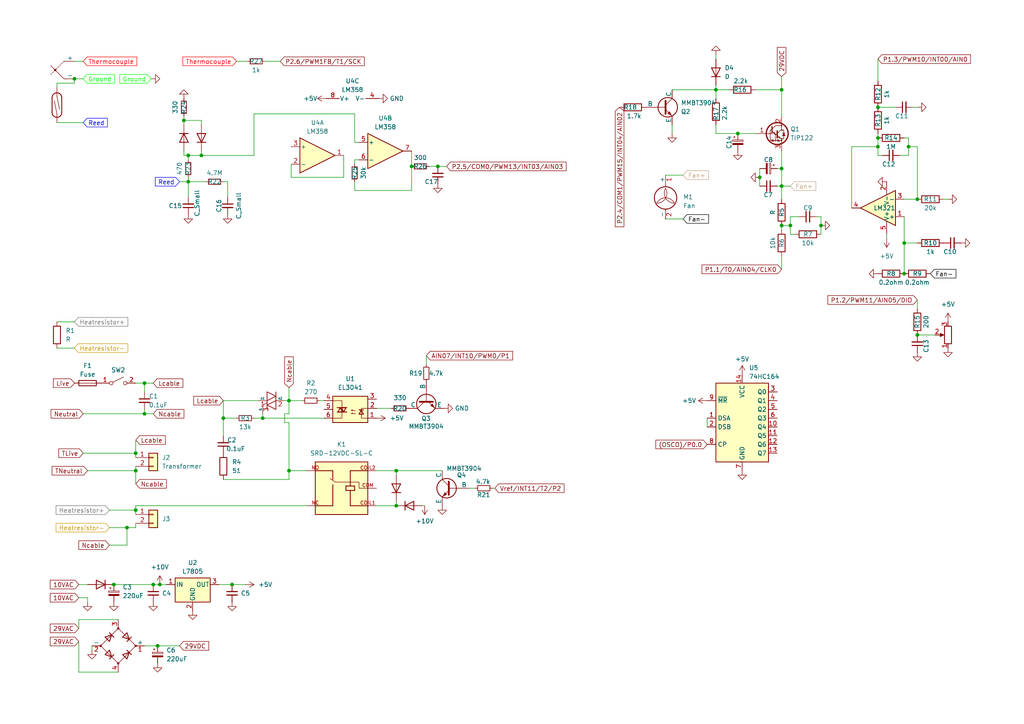
<source format=kicad_sch>
(kicad_sch (version 20230121) (generator eeschema)
  (paper "A4")
  (lib_symbols
    (symbol "74xx:74HC164"
      (property "Reference" "U" (at 1.905 -13.97 0))
      (property "Value" "74HC164" (at 1.905 -16.51 0))
      (symbol "74HC164_1_1"
        (pin input line (at -10.16 0 0) (length 2.54) (name "DSA") (number "1"))
        (pin output line (at 10.16 -2.54 180) (length 2.54) (name "Q4") (number "10"))
        (pin output line (at 10.16 -5.08 180) (length 2.54) (name "Q5") (number "11"))
        (pin output line (at 10.16 -7.62 180) (length 2.54) (name "Q6") (number "12"))
        (pin output line (at 10.16 -10.16 180) (length 2.54) (name "Q7") (number "13"))
        (pin power_in line (at 0 12.7 270) (length 2.54) (name "VCC") (number "14"))
        (pin input line (at -10.16 -2.54 0) (length 2.54) (name "DSB") (number "2"))
        (pin output line (at 10.16 7.62 180) (length 2.54) (name "Q0") (number "3"))
        (pin output line (at 10.16 5.08 180) (length 2.54) (name "Q1") (number "4"))
        (pin output line (at 10.16 2.54 180) (length 2.54) (name "Q2") (number "5"))
        (pin output line (at 10.16 0 180) (length 2.54) (name "Q3") (number "6"))
        (pin power_in line (at 0 -15.24 90) (length 2.54) (name "GND") (number "7"))
        (pin input line (at -10.16 -7.62 0) (length 2.54) (name "CP") (number "8"))
        (pin input line (at -10.16 5.08 0) (length 2.54) (name "~{MR}") (number "9"))
      )
    )
    (symbol "Amplifier_Operational:LM321" (pin_names (offset 0.127))
      (property "Reference" "U" (at 0 7.62 0))
      (property "Value" "LM321" (at 0 5.08 0))
      (symbol "LM321_1_1"
        (pin input line (at -7.62 2.54 0) (length 2.54) (name "+") (number "1"))
        (pin power_in line (at -2.54 -7.62 90) (length 3.81) (name "V-") (number "2"))
        (pin input line (at -7.62 -2.54 0) (length 2.54) (name "-") (number "3"))
        (pin output line (at 7.62 0 180) (length 2.54) (name "~") (number "4"))
        (pin power_in line (at -2.54 7.62 270) (length 3.81) (name "V+") (number "5"))
      )
    )
    (symbol "Amplifier_Operational:LM358" (pin_names (offset 0.127))
      (property "Reference" "U" (at 0 5.08 0))
      (property "Value" "LM358" (at 0 -5.08 0))
      (symbol "LM358_1_1"
        (pin output line (at 7.62 0 180) (length 2.54) (name "~") (number "1"))
        (pin input line (at -7.62 -2.54 0) (length 2.54) (name "-") (number "2"))
        (pin input line (at -7.62 2.54 0) (length 2.54) (name "+") (number "3"))
      )
      (symbol "LM358_2_1"
        (pin input line (at -7.62 2.54 0) (length 2.54) (name "+") (number "5"))
        (pin input line (at -7.62 -2.54 0) (length 2.54) (name "-") (number "6"))
        (pin output line (at 7.62 0 180) (length 2.54) (name "~") (number "7"))
      )
      (symbol "LM358_3_1"
        (pin power_in line (at -2.54 -7.62 90) (length 3.81) (name "V-") (number "4"))
        (pin power_in line (at -2.54 7.62 270) (length 3.81) (name "V+") (number "8"))
      )
    )
    (symbol "Connector_Generic:Conn_01x02" (pin_names (offset 1.016) hide)
      (property "Reference" "J" (at 0 2.54 0))
      (property "Value" "Conn_01x02" (at 0 -5.08 0))
      (symbol "Conn_01x02_1_1"
        (pin passive line (at -5.08 0 0) (length 3.81) (name "Pin_1") (number "1"))
        (pin passive line (at -5.08 -2.54 0) (length 3.81) (name "Pin_2") (number "2"))
      )
    )
    (symbol "Device:C_Polarized_Small" (pin_numbers hide) (pin_names (offset 0.254) hide)
      (property "Reference" "C" (at 0.254 1.778 0))
      (property "Value" "C_Polarized_Small" (at 0.254 -2.032 0))
      (symbol "C_Polarized_Small_1_1"
        (pin passive line (at 0 2.54 270) (length 1.8542) (name "~") (number "1"))
        (pin passive line (at 0 -2.54 90) (length 1.8542) (name "~") (number "2"))
      )
    )
    (symbol "Device:C_Small" (pin_numbers hide) (pin_names (offset 0.254) hide)
      (property "Reference" "C" (at 0.254 1.778 0))
      (property "Value" "C_Small" (at 0.254 -2.032 0))
      (symbol "C_Small_1_1"
        (pin passive line (at 0 2.54 270) (length 2.032) (name "~") (number "1"))
        (pin passive line (at 0 -2.54 90) (length 2.032) (name "~") (number "2"))
      )
    )
    (symbol "Device:D" (pin_numbers hide) (pin_names (offset 1.016) hide)
      (property "Reference" "D" (at 0 2.54 0))
      (property "Value" "D" (at 0 -2.54 0))
      (symbol "D_1_1"
        (pin passive line (at -3.81 0 0) (length 2.54) (name "K") (number "1"))
        (pin passive line (at 3.81 0 180) (length 2.54) (name "A") (number "2"))
      )
    )
    (symbol "Device:D_Bridge_+-AA" (pin_names (offset 0))
      (property "Reference" "D" (at 2.54 6.985 0))
      (property "Value" "D_Bridge_+-AA" (at 2.54 5.08 0))
      (symbol "D_Bridge_+-AA_1_1"
        (pin passive line (at 7.62 0 180) (length 2.54) (name "+") (number "1"))
        (pin passive line (at -7.62 0 0) (length 2.54) (name "-") (number "2"))
        (pin passive line (at 0 7.62 270) (length 2.54) (name "~") (number "3"))
        (pin passive line (at 0 -7.62 90) (length 2.54) (name "~") (number "4"))
      )
    )
    (symbol "Device:Fuse" (pin_numbers hide) (pin_names (offset 0))
      (property "Reference" "F" (at 2.032 0 90))
      (property "Value" "Fuse" (at -1.905 0 90))
      (symbol "Fuse_1_1"
        (pin passive line (at 0 3.81 270) (length 1.27) (name "~") (number "1"))
        (pin passive line (at 0 -3.81 90) (length 1.27) (name "~") (number "2"))
      )
    )
    (symbol "Device:Q_TRIAC_A1A2G" (pin_names (offset 0))
      (property "Reference" "D" (at 3.175 0.635 0))
      (property "Value" "Q_TRIAC_A1A2G" (at 3.175 -1.27 0))
      (symbol "Q_TRIAC_A1A2G_1_1"
        (pin passive line (at 0 -3.81 90) (length 2.54) (name "A1") (number "1"))
        (pin passive line (at 0 3.81 270) (length 2.54) (name "A2") (number "2"))
        (pin input line (at -3.81 -2.54 0) (length 2.54) (name "G") (number "3"))
      )
    )
    (symbol "Device:R" (pin_numbers hide) (pin_names (offset 0))
      (property "Reference" "R" (at 2.032 0 90))
      (property "Value" "R" (at 0 0 90))
      (symbol "R_1_1"
        (pin passive line (at 0 3.81 270) (length 1.27) (name "~") (number "1"))
        (pin passive line (at 0 -3.81 90) (length 1.27) (name "~") (number "2"))
      )
    )
    (symbol "Device:R_Potentiometer" (pin_names (offset 1.016) hide)
      (property "Reference" "RV" (at -4.445 0 90))
      (property "Value" "R_Potentiometer" (at -2.54 0 90))
      (symbol "R_Potentiometer_1_1"
        (pin passive line (at 0 3.81 270) (length 1.27) (name "1") (number "1"))
        (pin passive line (at 3.81 0 180) (length 1.27) (name "2") (number "2"))
        (pin passive line (at 0 -3.81 90) (length 1.27) (name "3") (number "3"))
      )
    )
    (symbol "Device:R_Small" (pin_numbers hide) (pin_names (offset 0.254) hide)
      (property "Reference" "R" (at 0.762 0.508 0))
      (property "Value" "R_Small" (at 0.762 -1.016 0))
      (symbol "R_Small_1_1"
        (pin passive line (at 0 2.54 270) (length 0.762) (name "~") (number "1"))
        (pin passive line (at 0 -2.54 90) (length 0.762) (name "~") (number "2"))
      )
    )
    (symbol "Device:Thermocouple" (pin_numbers hide) (pin_names (offset 0))
      (property "Reference" "TC" (at -3.048 3.81 0))
      (property "Value" "Thermocouple" (at -5.08 -4.064 0))
      (symbol "Thermocouple_1_1"
        (pin passive line (at 2.54 2.54 180) (length 2.54) (name "+") (number "1"))
        (pin passive line (at 2.54 -2.54 180) (length 2.54) (name "-") (number "2"))
      )
    )
    (symbol "Isolator:4N25" (pin_names (offset 1.016))
      (property "Reference" "U1" (at 0 -8.89 0))
      (property "Value" "EL3041" (at 0 -6.35 0))
      (symbol "4N25_1_1"
        (pin passive line (at -7.62 2.54 0) (length 2.54) (name "~") (number "1"))
        (pin passive line (at -7.6708 -0.3048 0) (length 2.54) (name "~") (number "2"))
        (pin no_connect line (at -5.08 0 0) (length 2.54) hide (name "NC") (number "3"))
        (pin passive line (at -7.62 -2.9718 0) (length 2.54) (name "~") (number "3"))
        (pin passive line (at 7.62 -2.54 180) (length 2.54) (name "~") (number "4"))
        (pin passive line (at 7.62 0 180) (length 2.54) (name "~") (number "5"))
        (pin passive line (at 7.62 2.54 180) (length 2.54) (name "~") (number "6"))
      )
    )
    (symbol "Motor:Fan" (pin_names (offset 0))
      (property "Reference" "M" (at 2.54 5.08 0))
      (property "Value" "Fan" (at 2.54 -2.54 0))
      (symbol "Fan_1_1"
        (pin passive line (at 0 7.62 270) (length 2.54) (name "+") (number "1"))
        (pin passive line (at 0 -5.08 90) (length 2.54) (name "-") (number "2"))
      )
    )
    (symbol "Regulator_Linear:L7805" (pin_names (offset 0.254))
      (property "Reference" "U" (at -3.81 3.175 0))
      (property "Value" "L7805" (at 0 3.175 0))
      (symbol "L7805_1_1"
        (pin power_in line (at -7.62 0 0) (length 2.54) (name "IN") (number "1"))
        (pin power_in line (at 0 -7.62 90) (length 2.54) (name "GND") (number "2"))
        (pin power_out line (at 7.62 0 180) (length 2.54) (name "OUT") (number "3"))
      )
    )
    (symbol "SRD-12VDC-SL-C:SRD-12VDC-SL-C" (pin_names (offset 1.016))
      (property "Reference" "K1" (at 0 12.7 0))
      (property "Value" "SRD-12VDC-SL-C" (at 0 10.16 0))
      (symbol "SRD-12VDC-SL-C_0_0"
        (pin passive line (at -10.16 5.08 0) (length 5.08) (name "~") (number "COIL1"))
        (pin passive line (at -10.16 -5.08 0) (length 5.08) (name "~") (number "COIL2"))
        (pin passive line (at -10.16 0 0) (length 5.08) (name "~") (number "COM"))
        (pin passive line (at 10.16 5.08 180) (length 5.08) (name "~") (number "NC"))
        (pin passive line (at 10.16 -5.08 180) (length 5.08) (name "~") (number "NO"))
      )
    )
    (symbol "Simulation_SPICE:NPN" (pin_numbers hide) (pin_names (offset 0))
      (property "Reference" "Q" (at -2.54 7.62 0))
      (property "Value" "NPN" (at -2.54 5.08 0))
      (symbol "NPN_1_1"
        (pin open_collector line (at 2.54 5.08 270) (length 2.54) (name "C") (number "1"))
        (pin input line (at -5.08 0 0) (length 2.54) (name "B") (number "2"))
        (pin open_emitter line (at 2.54 -5.08 90) (length 2.54) (name "E") (number "3"))
      )
    )
    (symbol "Switch:SW_Reed" (pin_numbers hide) (pin_names (offset 0) hide)
      (property "Reference" "SW" (at 0 2.54 0))
      (property "Value" "SW_Reed" (at 0 -2.54 0))
      (symbol "SW_Reed_1_1"
        (pin passive line (at -5.08 0 0) (length 2.54) (name "1") (number "1"))
        (pin passive line (at 5.08 0 180) (length 2.54) (name "2") (number "2"))
      )
    )
    (symbol "Switch:SW_SPST" (pin_names (offset 0) hide)
      (property "Reference" "SW" (at 0 3.175 0))
      (property "Value" "SW_SPST" (at 0 -2.54 0))
      (symbol "SW_SPST_1_1"
        (pin passive line (at -5.08 0 0) (length 2.54) (name "A") (number "1"))
        (pin passive line (at 5.08 0 180) (length 2.54) (name "B") (number "2"))
      )
    )
    (symbol "Transistor_BJT:TIP122" (pin_names (offset 0) hide)
      (property "Reference" "Q" (at 5.08 1.905 0))
      (property "Value" "TIP122" (at 5.08 0 0))
      (symbol "TIP122_1_1"
        (pin input line (at -5.08 0 0) (length 3.81) (name "B") (number "1"))
        (pin passive line (at 2.54 5.08 270) (length 2.667) (name "C") (number "2"))
        (pin passive line (at 2.54 -5.08 90) (length 2.54) (name "E") (number "3"))
      )
    )
    (symbol "power:+10V" (power) (pin_names (offset 0))
      (property "Value" "+10V" (at 0 3.556 0))
      (symbol "+10V_1_1"
        (pin power_in line (at 0 0 90) (length 0) hide (name "+10V") (number "1"))
      )
    )
    (symbol "power:+5V" (power) (pin_names (offset 0))
      (property "Value" "+5V" (at 0 3.556 0))
      (symbol "+5V_1_1"
        (pin power_in line (at 0 0 90) (length 0) hide (name "+5V") (number "1"))
      )
    )
    (symbol "power:GND" (power) (pin_names (offset 0))
      (property "Value" "GND" (at 0 -3.81 0))
      (symbol "GND_1_1"
        (pin power_in line (at 0 0 270) (length 0) hide (name "GND") (number "1"))
      )
    )
  )
  (junction (at 58.42 45.085))
  (junction (at 36.83 153.035))
  (junction (at 263.525 42.545))
  (junction (at 21.59 22.86))
  (junction (at 127 48.26))
  (junction (at 226.695 26.035))
  (junction (at 254.635 31.115))
  (junction (at 39.37 131.445))
  (junction (at 226.695 65.405))
  (junction (at 262.255 79.375))
  (junction (at 54.61 45.085))
  (junction (at 254.635 40.005))
  (junction (at 33.02 169.545))
  (junction (at 207.645 26.035))
  (junction (at 226.695 53.975))
  (junction (at 76.2 121.285))
  (junction (at 226.695 48.895))
  (junction (at 39.37 147.955))
  (junction (at 114.935 136.525))
  (junction (at 83.82 136.525))
  (junction (at 266.065 57.785))
  (junction (at 53.34 34.925))
  (junction (at 44.45 169.545))
  (junction (at 46.355 169.545))
  (junction (at 83.82 116.205))
  (junction (at 220.345 51.435))
  (junction (at 213.995 38.735))
  (junction (at 45.72 187.325))
  (junction (at 41.91 111.125))
  (junction (at 254.635 42.545))
  (junction (at 39.37 136.525))
  (junction (at 54.61 52.705))
  (junction (at 119.38 48.26))
  (junction (at 114.935 146.685))
  (junction (at 238.125 65.405))
  (junction (at 262.255 70.485))
  (junction (at 41.91 120.015))
  (junction (at 229.235 65.405))
  (junction (at 266.065 97.155))
  (junction (at 64.77 121.285))
  (junction (at 67.31 169.545))
  (wire (pts (xy 254.635 31.115) (xy 259.715 31.115)))
  (wire (pts (xy 135.89 141.605) (xy 137.795 141.605)))
  (wire (pts (xy 76.2 121.285) (xy 93.98 121.285)))
  (wire (pts (xy 123.6472 103.1494) (xy 123.6472 105.7402)))
  (wire (pts (xy 99.695 45.085) (xy 99.695 51.435)))
  (wire (pts (xy 83.82 139.065) (xy 64.77 139.065)))
  (wire (pts (xy 16.51 24.13) (xy 21.59 24.13)))
  (wire (pts (xy 207.645 38.735) (xy 213.995 38.735)))
  (wire (pts (xy 83.82 136.525) (xy 83.82 122.555)))
  (wire (pts (xy 114.935 137.795) (xy 114.935 136.525)))
  (wire (pts (xy 83.82 112.395) (xy 83.82 116.205)))
  (wire (pts (xy 41.91 111.125) (xy 39.37 111.125)))
  (wire (pts (xy 82.55 116.205) (xy 83.82 116.205)))
  (wire (pts (xy 41.91 118.745) (xy 41.91 120.015)))
  (wire (pts (xy 45.72 187.325) (xy 52.07 187.325)))
  (wire (pts (xy 220.345 48.895) (xy 220.345 51.435)))
  (wire (pts (xy 24.13 120.015) (xy 41.91 120.015)))
  (wire (pts (xy 226.695 53.975) (xy 229.235 53.975)))
  (wire (pts (xy 226.695 43.815) (xy 226.695 48.895)))
  (wire (pts (xy 102.87 55.245) (xy 119.38 55.245)))
  (wire (pts (xy 31.75 153.035) (xy 36.83 153.035)))
  (wire (pts (xy 53.34 33.655) (xy 53.34 34.925)))
  (wire (pts (xy 207.645 24.765) (xy 207.645 26.035)))
  (wire (pts (xy 24.13 22.86) (xy 21.59 22.86)))
  (wire (pts (xy 207.645 26.035) (xy 211.455 26.035)))
  (wire (pts (xy 54.61 51.435) (xy 54.61 52.705)))
  (wire (pts (xy 247.015 42.545) (xy 247.015 60.325)))
  (wire (pts (xy 263.525 45.085) (xy 263.525 42.545)))
  (wire (pts (xy 254.635 17.145) (xy 254.635 23.495)))
  (wire (pts (xy 122.555 146.685) (xy 123.19 146.685)))
  (wire (pts (xy 205.105 121.285) (xy 205.105 123.825)))
  (wire (pts (xy 39.37 136.525) (xy 39.37 140.335)))
  (wire (pts (xy 207.645 36.195) (xy 207.645 38.735)))
  (wire (pts (xy 39.37 131.445) (xy 39.37 132.715)))
  (wire (pts (xy 266.065 86.995) (xy 266.065 89.535)))
  (wire (pts (xy 266.065 97.155) (xy 271.145 97.155)))
  (wire (pts (xy 58.42 43.815) (xy 58.42 45.085)))
  (wire (pts (xy 54.61 57.15) (xy 54.61 52.705)))
  (wire (pts (xy 226.695 65.405) (xy 229.235 65.405)))
  (wire (pts (xy 24.13 17.78) (xy 21.59 17.78)))
  (wire (pts (xy 22.86 169.545) (xy 25.4 169.545)))
  (wire (pts (xy 231.775 62.865) (xy 229.235 62.865)))
  (wire (pts (xy 273.685 57.785) (xy 274.955 57.785)))
  (wire (pts (xy 109.22 146.685) (xy 114.935 146.685)))
  (wire (pts (xy 226.695 65.405) (xy 226.695 66.675)))
  (wire (pts (xy 39.37 146.685) (xy 39.37 147.955)))
  (wire (pts (xy 41.91 187.325) (xy 45.72 187.325)))
  (wire (pts (xy 22.86 173.355) (xy 25.4 173.355)))
  (wire (pts (xy 83.82 122.555) (xy 82.55 122.555)))
  (wire (pts (xy 73.66 45.085) (xy 58.42 45.085)))
  (wire (pts (xy 127 48.26) (xy 124.46 48.26)))
  (wire (pts (xy 22.86 186.055) (xy 22.86 194.945)))
  (wire (pts (xy 82.55 120.015) (xy 83.82 120.015)))
  (wire (pts (xy 193.04 63.5) (xy 198.12 63.5)))
  (wire (pts (xy 39.37 136.525) (xy 39.37 135.255)))
  (wire (pts (xy 31.75 147.955) (xy 39.37 147.955)))
  (wire (pts (xy 266.065 57.785) (xy 262.255 57.785)))
  (wire (pts (xy 194.945 26.035) (xy 207.645 26.035)))
  (wire (pts (xy 262.255 62.865) (xy 262.255 70.485)))
  (wire (pts (xy 54.61 45.085) (xy 53.34 45.085)))
  (wire (pts (xy 54.61 46.355) (xy 54.61 45.085)))
  (wire (pts (xy 39.37 146.685) (xy 88.9 146.685)))
  (wire (pts (xy 52.07 52.705) (xy 54.61 52.705)))
  (wire (pts (xy 119.38 48.26) (xy 119.38 43.815)))
  (wire (pts (xy 102.87 46.355) (xy 102.87 47.625)))
  (wire (pts (xy 226.695 53.975) (xy 226.695 57.785)))
  (wire (pts (xy 21.59 24.13) (xy 21.59 22.86)))
  (wire (pts (xy 39.37 153.035) (xy 39.37 151.765)))
  (wire (pts (xy 102.87 33.02) (xy 73.66 33.02)))
  (wire (pts (xy 255.905 45.085) (xy 254.635 45.085)))
  (wire (pts (xy 71.755 17.78) (xy 68.58 17.78)))
  (wire (pts (xy 114.935 136.525) (xy 128.27 136.525)))
  (wire (pts (xy 254.635 38.735) (xy 254.635 40.005)))
  (wire (pts (xy 220.345 51.435) (xy 220.345 53.975)))
  (wire (pts (xy 254.635 42.545) (xy 247.015 42.545)))
  (wire (pts (xy 263.525 42.545) (xy 266.065 42.545)))
  (wire (pts (xy 41.91 111.125) (xy 41.91 113.665)))
  (wire (pts (xy 83.82 120.015) (xy 83.82 116.205)))
  (wire (pts (xy 207.645 26.035) (xy 207.645 28.575)))
  (wire (pts (xy 33.02 169.545) (xy 44.45 169.545)))
  (wire (pts (xy 22.86 179.705) (xy 22.86 182.245)))
  (wire (pts (xy 129.54 48.26) (xy 127 48.26)))
  (wire (pts (xy 264.795 31.115) (xy 266.065 31.115)))
  (wire (pts (xy 36.83 153.035) (xy 39.37 153.035)))
  (wire (pts (xy 83.82 116.205) (xy 87.63 116.205)))
  (wire (pts (xy 68.58 121.285) (xy 64.77 121.285)))
  (wire (pts (xy 254.635 40.005) (xy 254.635 42.545)))
  (wire (pts (xy 39.37 127.635) (xy 39.37 131.445)))
  (wire (pts (xy 229.235 67.945) (xy 230.505 67.945)))
  (wire (pts (xy 225.425 53.975) (xy 226.695 53.975)))
  (wire (pts (xy 39.37 147.955) (xy 39.37 149.225)))
  (wire (pts (xy 16.51 24.13) (xy 16.51 25.4)))
  (wire (pts (xy 262.255 70.485) (xy 262.255 79.375)))
  (wire (pts (xy 26.67 188.595) (xy 26.67 187.325)))
  (wire (pts (xy 53.34 43.815) (xy 53.34 45.085)))
  (wire (pts (xy 102.87 41.275) (xy 104.14 41.275)))
  (wire (pts (xy 44.45 111.125) (xy 41.91 111.125)))
  (wire (pts (xy 238.125 65.405) (xy 238.125 67.945)))
  (wire (pts (xy 226.695 22.225) (xy 226.695 26.035)))
  (wire (pts (xy 64.77 116.205) (xy 74.93 116.205)))
  (wire (pts (xy 83.82 136.525) (xy 88.9 136.525)))
  (wire (pts (xy 58.42 45.085) (xy 54.61 45.085)))
  (wire (pts (xy 102.87 52.705) (xy 102.87 55.245)))
  (wire (pts (xy 260.985 45.085) (xy 263.525 45.085)))
  (wire (pts (xy 226.695 78.105) (xy 226.695 74.295)))
  (wire (pts (xy 193.04 50.8) (xy 198.12 50.8)))
  (wire (pts (xy 22.86 194.945) (xy 34.29 194.945)))
  (wire (pts (xy 102.87 46.355) (xy 104.14 46.355)))
  (wire (pts (xy 16.51 100.965) (xy 21.59 100.965)))
  (wire (pts (xy 64.77 121.285) (xy 64.77 116.205)))
  (wire (pts (xy 263.525 42.545) (xy 263.525 40.005)))
  (wire (pts (xy 207.645 15.875) (xy 207.645 17.145)))
  (wire (pts (xy 119.38 55.245) (xy 119.38 48.26)))
  (wire (pts (xy 114.935 145.415) (xy 114.935 146.685)))
  (wire (pts (xy 25.4 136.525) (xy 39.37 136.525)))
  (wire (pts (xy 76.2 121.285) (xy 76.2 120.015)))
  (wire (pts (xy 76.835 17.78) (xy 81.28 17.78)))
  (wire (pts (xy 46.355 169.545) (xy 48.26 169.545)))
  (wire (pts (xy 99.695 51.435) (xy 84.455 51.435)))
  (wire (pts (xy 114.935 136.525) (xy 109.22 136.525)))
  (wire (pts (xy 229.235 62.865) (xy 229.235 65.405)))
  (wire (pts (xy 24.13 35.56) (xy 16.51 35.56)))
  (wire (pts (xy 229.235 67.945) (xy 229.235 65.405)))
  (wire (pts (xy 225.425 48.895) (xy 226.695 48.895)))
  (wire (pts (xy 36.83 158.115) (xy 36.83 153.035)))
  (wire (pts (xy 53.34 34.925) (xy 58.42 34.925)))
  (wire (pts (xy 109.2708 118.4402) (xy 113.4872 118.4402)))
  (wire (pts (xy 238.125 62.865) (xy 238.125 65.405)))
  (wire (pts (xy 64.77 121.285) (xy 64.77 126.365)))
  (wire (pts (xy 31.75 158.115) (xy 36.83 158.115)))
  (wire (pts (xy 266.065 70.485) (xy 262.255 70.485)))
  (wire (pts (xy 24.13 131.445) (xy 39.37 131.445)))
  (wire (pts (xy 142.875 141.605) (xy 143.51 141.605)))
  (wire (pts (xy 219.075 26.035) (xy 226.695 26.035)))
  (wire (pts (xy 25.4 173.355) (xy 25.4 174.625)))
  (wire (pts (xy 257.175 69.215) (xy 257.175 67.945)))
  (wire (pts (xy 73.66 33.02) (xy 73.66 45.085)))
  (wire (pts (xy 66.04 57.15) (xy 66.04 52.705)))
  (wire (pts (xy 92.71 116.205) (xy 93.98 116.205)))
  (wire (pts (xy 102.87 41.275) (xy 102.87 33.02)))
  (wire (pts (xy 16.51 93.345) (xy 21.59 93.345)))
  (wire (pts (xy 262.255 40.005) (xy 263.525 40.005)))
  (wire (pts (xy 73.66 121.285) (xy 76.2 121.285)))
  (wire (pts (xy 41.91 120.015) (xy 44.45 120.015)))
  (wire (pts (xy 213.995 38.735) (xy 219.075 38.735)))
  (wire (pts (xy 266.065 42.545) (xy 266.065 57.785)))
  (wire (pts (xy 226.695 53.975) (xy 226.695 48.895)))
  (wire (pts (xy 59.69 52.705) (xy 54.61 52.705)))
  (wire (pts (xy 67.31 169.545) (xy 71.12 169.545)))
  (wire (pts (xy 34.29 179.705) (xy 22.86 179.705)))
  (wire (pts (xy 254.635 42.545) (xy 254.635 45.085)))
  (wire (pts (xy 84.455 51.435) (xy 84.455 47.625)))
  (wire (pts (xy 53.34 34.925) (xy 53.34 36.195)))
  (wire (pts (xy 58.42 34.925) (xy 58.42 36.195)))
  (wire (pts (xy 83.82 136.525) (xy 83.82 139.065)))
  (wire (pts (xy 63.5 169.545) (xy 67.31 169.545)))
  (wire (pts (xy 226.695 26.035) (xy 226.695 33.655)))
  (wire (pts (xy 44.45 169.545) (xy 46.355 169.545)))
  (wire (pts (xy 82.55 122.555) (xy 82.55 120.015)))
  (wire (pts (xy 194.945 36.195) (xy 194.945 38.735)))
  (wire (pts (xy 66.04 52.705) (xy 64.77 52.705)))
  (wire (pts (xy 236.855 62.865) (xy 238.125 62.865)))
  (global_label "29VDC" (shape input) (at 52.07 187.325 0) (property "Intersheetrefs" "${INTERSHEET_REFS}" (effects hide)))
  (global_label "P1.1{slash}T0{slash}AIN04{slash}CLK0" (shape input) (at 226.695 78.105 180) (property "Intersheetrefs" "${INTERSHEET_REFS}" (effects hide)))
  (global_label "Fan+" (shape input) (at 198.12 50.8 0) (property "Intersheetrefs" "${INTERSHEET_REFS}" (effects hide)))
  (global_label "Lcable" (shape input) (at 64.77 116.205 180) (property "Intersheetrefs" "${INTERSHEET_REFS}" (effects hide)))
  (global_label "Reed" (shape input) (at 24.13 35.56 0) (property "Intersheetrefs" "${INTERSHEET_REFS}" (effects hide)))
  (global_label "P1.3{slash}PWM10{slash}INT00{slash}AIN0" (shape input) (at 254.635 17.145 0) (property "Intersheetrefs" "${INTERSHEET_REFS}" (effects hide)))
  (global_label "AIN07{slash}INT10{slash}PWM0{slash}P1" (shape input) (at 123.6472 103.1494 0) (property "Intersheetrefs" "${INTERSHEET_REFS}" (effects hide)))
  (global_label "10VAC" (shape input) (at 22.86 169.545 180) (property "Intersheetrefs" "${INTERSHEET_REFS}" (effects hide)))
  (global_label "Ground" (shape input) (at 24.13 22.86 0) (property "Intersheetrefs" "${INTERSHEET_REFS}" (effects hide)))
  (global_label "29VAC" (shape input) (at 22.86 182.245 180) (property "Intersheetrefs" "${INTERSHEET_REFS}" (effects hide)))
  (global_label "Ncable" (shape input) (at 83.82 112.395 90) (property "Intersheetrefs" "${INTERSHEET_REFS}" (effects hide)))
  (global_label "Heatresistor+" (shape input) (at 31.75 147.955 180) (property "Intersheetrefs" "${INTERSHEET_REFS}" (effects hide)))
  (global_label "P2.5{slash}COM0{slash}PWM13{slash}INT03{slash}AIN03" (shape input) (at 129.54 48.26 0) (property "Intersheetrefs" "${INTERSHEET_REFS}" (effects hide)))
  (global_label "TLive" (shape input) (at 24.13 131.445 180) (property "Intersheetrefs" "${INTERSHEET_REFS}" (effects hide)))
  (global_label "29VDC" (shape input) (at 226.695 22.225 90) (property "Intersheetrefs" "${INTERSHEET_REFS}" (effects hide)))
  (global_label "Reed" (shape input) (at 52.07 52.705 180) (property "Intersheetrefs" "${INTERSHEET_REFS}" (effects hide)))
  (global_label "(OSCO){slash}P0.0" (shape input) (at 205.105 128.905 180) (property "Intersheetrefs" "${INTERSHEET_REFS}" (effects hide)))
  (global_label "P2.6{slash}PWM1FB{slash}T1{slash}SCK" (shape input) (at 81.28 17.78 0) (property "Intersheetrefs" "${INTERSHEET_REFS}" (effects hide)))
  (global_label "Fan+" (shape input) (at 229.235 53.975 0) (property "Intersheetrefs" "${INTERSHEET_REFS}" (effects hide)))
  (global_label "Fan-" (shape input) (at 198.12 63.5 0) (property "Intersheetrefs" "${INTERSHEET_REFS}" (effects hide)))
  (global_label "Ncable" (shape input) (at 31.75 158.115 180) (property "Intersheetrefs" "${INTERSHEET_REFS}" (effects hide)))
  (global_label "Thermocouple" (shape input) (at 68.58 17.78 180) (property "Intersheetrefs" "${INTERSHEET_REFS}" (effects hide)))
  (global_label "Vref{slash}INT11{slash}T2{slash}P2" (shape input) (at 143.51 141.605 0) (property "Intersheetrefs" "${INTERSHEET_REFS}" (effects hide)))
  (global_label "Lcable" (shape input) (at 44.45 111.125 0) (property "Intersheetrefs" "${INTERSHEET_REFS}" (effects hide)))
  (global_label "Live" (shape input) (at 21.59 111.125 180) (property "Intersheetrefs" "${INTERSHEET_REFS}" (effects hide)))
  (global_label "29VAC" (shape input) (at 22.86 186.055 180) (property "Intersheetrefs" "${INTERSHEET_REFS}" (effects hide)))
  (global_label "TNeutral" (shape input) (at 25.4 136.525 180) (property "Intersheetrefs" "${INTERSHEET_REFS}" (effects hide)))
  (global_label "Lcable" (shape input) (at 39.37 127.635 0) (property "Intersheetrefs" "${INTERSHEET_REFS}" (effects hide)))
  (global_label "Ncable" (shape input) (at 44.45 120.015 0) (property "Intersheetrefs" "${INTERSHEET_REFS}" (effects hide)))
  (global_label "P2.4{slash}COM1{slash}PWM15{slash}INT04{slash}AIN02" (shape input) (at 179.705 31.115 270) (property "Intersheetrefs" "${INTERSHEET_REFS}" (effects hide)))
  (global_label "Heatresistor-" (shape input) (at 21.59 100.965 0) (property "Intersheetrefs" "${INTERSHEET_REFS}" (effects hide)))
  (global_label "10VAC" (shape input) (at 22.86 173.355 180) (property "Intersheetrefs" "${INTERSHEET_REFS}" (effects hide)))
  (global_label "Thermocouple" (shape input) (at 24.13 17.78 0) (property "Intersheetrefs" "${INTERSHEET_REFS}" (effects hide)))
  (global_label "Ncable" (shape input) (at 39.37 140.335 0) (property "Intersheetrefs" "${INTERSHEET_REFS}" (effects hide)))
  (global_label "Heatresistor-" (shape input) (at 31.75 153.035 180) (property "Intersheetrefs" "${INTERSHEET_REFS}" (effects hide)))
  (global_label "P1.2{slash}PWM11{slash}AIN05{slash}DIO" (shape input) (at 266.065 86.995 180) (property "Intersheetrefs" "${INTERSHEET_REFS}" (effects hide)))
  (global_label "Neutral" (shape input) (at 24.13 120.015 180) (property "Intersheetrefs" "${INTERSHEET_REFS}" (effects hide)))
  (global_label "Heatresistor+" (shape input) (at 21.59 93.345 0) (property "Intersheetrefs" "${INTERSHEET_REFS}" (effects hide)))
  (global_label "Ground" (shape input) (at 43.815 22.86 180) (property "Intersheetrefs" "${INTERSHEET_REFS}" (effects hide)))
  (global_label "Fan-" (shape input) (at 269.875 79.375 0) (property "Intersheetrefs" "${INTERSHEET_REFS}" (effects hide)))
  (symbol (lib_id "power:GND") (at 238.125 65.405 90) (unit 1)
    (property "Reference" "#PWR010" (effects hide))
    (property "Value" "GND" (effects hide))
  )
  (symbol (lib_id "Amplifier_Operational:LM358") (at 92.075 45.085 0) (unit 1)
    (property "Reference" "U4" (at 92.075 35.56 0))
    (property "Value" "LM358" (at 92.075 38.1 0))
    (property "Datasheet" "http://www.ti.com/lit/ds/symlink/lm2904-n.pdf" (effects hide))
  )
  (symbol (lib_id "power:GND") (at 44.45 174.625 0) (unit 1)
    (property "Reference" "#PWR05" (effects hide))
    (property "Value" "GND" (effects hide))
  )
  (symbol (lib_id "Device:R") (at 226.695 61.595 180) (unit 1)
    (property "Reference" "R5" (at 226.695 61.595 90))
    (property "Value" "R" (at 224.155 61.595 90))
  )
  (symbol (lib_id "74xx:74HC164") (at 215.265 121.285 0) (unit 1)
    (property "Reference" "U5" (at 217.2209 106.68 0) (effects (justify left)))
    (property "Value" "74HC164" (at 217.2209 109.22 0) (effects (justify left)))
    (property "Datasheet" "https://assets.nexperia.com/documents/data-sheet/74HC_HCT164.pdf" (effects hide))
  )
  (symbol (lib_id "Isolator:4N25") (at 101.6 118.745 180) (unit 1)
    (property "Reference" "U1" (at 101.6 109.855 0))
    (property "Value" "EL3041" (at 101.6 112.395 0))
    (property "Footprint" "Package_DIP:DIP-6_W7.62mm" (effects hide))
    (property "Datasheet" "https://www.vishay.com/docs/83725/4n25.pdf" (effects hide))
  )
  (symbol (lib_id "Connector_Generic:Conn_01x02") (at 44.45 149.225 0) (unit 1)
    (property "Reference" "J3" (at 46.99 150.495 0) (effects (justify left)))
    (property "Value" "Conn_01x02" (effects hide))
  )
  (symbol (lib_id "power:GND") (at 220.345 51.435 270) (unit 1)
    (property "Reference" "#PWR09" (effects hide))
    (property "Value" "GND" (effects hide))
  )
  (symbol (lib_id "Device:R") (at 234.315 67.945 270) (unit 1)
    (property "Reference" "R7" (at 234.315 67.945 90))
    (property "Value" "10k" (at 234.315 70.485 90))
  )
  (symbol (lib_id "Device:C_Small") (at 64.77 128.905 180) (unit 1)
    (property "Reference" "C2" (at 68.58 127.635 0) (effects (justify left)))
    (property "Value" "0.1uF" (at 71.12 130.175 0) (effects (justify left)))
  )
  (symbol (lib_id "power:GND") (at 128.7272 118.4402 90) (mirror x) (unit 1)
    (property "Reference" "#PWR023" (effects hide))
    (property "Value" "GND" (at 131.9276 118.4402 90) (effects (justify right)))
  )
  (symbol (lib_id "Device:C_Small") (at 266.065 99.695 180) (unit 1)
    (property "Reference" "C13" (at 268.605 98.425 90) (effects (justify left)))
    (property "Value" "100nF" (effects hide))
  )
  (symbol (lib_id "power:GND") (at 54.61 62.23 0) (unit 1)
    (property "Reference" "#PWR029" (effects hide))
    (property "Value" "GND" (effects hide))
  )
  (symbol (lib_id "power:GND") (at 127 53.34 0) (mirror y) (unit 1)
    (property "Reference" "#PWR034" (effects hide))
    (property "Value" "GND" (effects hide))
  )
  (symbol (lib_id "SRD-12VDC-SL-C:SRD-12VDC-SL-C") (at 99.06 141.605 180) (unit 1)
    (property "Reference" "K1" (at 99.06 128.905 0))
    (property "Value" "SRD-12VDC-SL-C" (at 99.06 131.445 0))
    (property "Footprint" "SRD-12VDC-SL-C:RELAY_SRD-12VDC-SL-C" (effects hide))
    (property "MF" "Songle Relay" (effects hide))
    (property "MAXIMUM_PACKAGE_HEIGHT" "15.8 mm" (effects hide))
    (property "Package" "NON STANDARD-5 Songle Relay" (effects hide))
    (property "Price" "None" (effects hide))
    (property "Check_prices" "https://www.snapeda.com/parts/SRD-12VDC-SL-C/Songle+Relay/view-part/?ref=eda" (effects hide))
    (property "STANDARD" "IPC 7351B" (effects hide))
    (property "PARTREV" "1.0" (effects hide))
    (property "SnapEDA_Link" "https://www.snapeda.com/parts/SRD-12VDC-SL-C/Songle+Relay/view-part/?ref=snap" (effects hide))
    (property "MP" "SRD-12VDC-SL-C" (effects hide))
    (property "Description" "\nGeneral Purpose Non Latching 12VDC SPDT Through Hole Relays RoHS\n" (effects hide))
    (property "Availability" "Not in stock" (effects hide))
    (property "MANUFACTURER" "Songle Relay" (effects hide))
  )
  (symbol (lib_id "power:GND") (at 257.175 52.705 270) (unit 1)
    (property "Reference" "#PWR013" (effects hide))
    (property "Value" "GND" (effects hide))
  )
  (symbol (lib_id "power:GND") (at 274.955 57.785 90) (unit 1)
    (property "Reference" "#PWR014" (effects hide))
    (property "Value" "GND" (effects hide))
  )
  (symbol (lib_id "power:GND") (at 43.815 22.86 90) (unit 1)
    (property "Reference" "#PWR028" (effects hide))
    (property "Value" "GND" (effects hide))
  )
  (symbol (lib_id "Device:R") (at 254.635 34.925 0) (unit 1)
    (property "Reference" "R13" (at 254.635 34.925 90))
    (property "Value" "1k" (at 257.175 34.925 90))
  )
  (symbol (lib_id "power:GND") (at 25.4 174.625 0) (unit 1)
    (property "Reference" "#PWR01" (effects hide))
    (property "Value" "GND" (effects hide))
  )
  (symbol (lib_id "Switch:SW_Reed") (at 16.51 30.48 90) (unit 1)
    (property "Reference" "SW1" (effects hide))
    (property "Value" "SW_Reed" (effects hide))
  )
  (symbol (lib_id "Device:C_Small") (at 66.04 59.69 0) (unit 1)
    (property "Reference" "C16" (at 63.5 59.69 90))
    (property "Value" "C_Small" (at 69.215 59.69 90))
  )
  (symbol (lib_id "Simulation_SPICE:NPN") (at 123.6472 115.9002 90) (mirror x) (unit 1)
    (property "Reference" "Q3" (at 124.968 121.3866 90) (effects (justify left)))
    (property "Value" "MMBT3904" (at 128.7272 123.6726 90) (effects (justify left)))
    (property "Sim.Device" "NPN" (effects hide))
    (property "Sim.Type" "GUMMELPOON" (effects hide))
    (property "Sim.Pins" "1=C 2=B 3=E" (effects hide))
  )
  (symbol (lib_id "Device:R_Small") (at 62.23 52.705 90) (unit 1)
    (property "Reference" "R22" (at 62.23 52.705 90))
    (property "Value" "4.7M" (at 62.23 50.165 90))
  )
  (symbol (lib_id "Connector_Generic:Conn_01x02") (at 44.45 132.715 0) (unit 1)
    (property "Reference" "J2" (at 46.99 132.715 0) (effects (justify left)))
    (property "Value" "Transformer" (at 46.99 135.255 0) (effects (justify left)))
  )
  (symbol (lib_id "power:GND") (at 254.635 79.375 270) (unit 1)
    (property "Reference" "#PWR016" (effects hide))
    (property "Value" "GND" (effects hide))
  )
  (symbol (lib_id "Device:C_Small") (at 41.91 116.205 0) (unit 1)
    (property "Reference" "C1" (at 43.18 114.935 0) (effects (justify left)))
    (property "Value" "0.1uF" (at 43.18 117.475 0) (effects (justify left)))
  )
  (symbol (lib_id "power:GND") (at 194.945 38.735 0) (unit 1)
    (property "Reference" "#PWR020" (effects hide))
    (property "Value" "GND" (effects hide))
  )
  (symbol (lib_id "Device:D") (at 58.42 40.005 90) (unit 1)
    (property "Reference" "D8" (effects hide))
    (property "Value" "D" (effects hide))
    (property "Sim.Device" "D" (effects hide))
    (property "Sim.Pins" "1=K 2=A" (effects hide))
  )
  (symbol (lib_id "Device:R") (at 269.875 57.785 270) (unit 1)
    (property "Reference" "R11" (at 269.875 57.785 90))
    (property "Value" "20k" (at 269.875 60.325 90))
  )
  (symbol (lib_id "Amplifier_Operational:LM358") (at 111.76 43.815 0) (unit 2)
    (property "Reference" "U4" (at 111.76 34.29 0))
    (property "Value" "LM358" (at 111.76 36.83 0))
    (property "Datasheet" "http://www.ti.com/lit/ds/symlink/lm2904-n.pdf" (effects hide))
  )
  (symbol (lib_id "Device:D") (at 53.34 40.005 270) (unit 1)
    (property "Reference" "D7" (effects hide))
    (property "Value" "D" (effects hide))
    (property "Sim.Device" "D" (effects hide))
    (property "Sim.Pins" "1=K 2=A" (effects hide))
  )
  (symbol (lib_id "power:+5V") (at 71.12 169.545 270) (unit 1)
    (property "Reference" "#PWR08" (effects hide))
    (property "Value" "+5V" (at 74.93 169.545 90) (effects (justify left)))
  )
  (symbol (lib_id "Simulation_SPICE:NPN") (at 130.81 141.605 0) (mirror y) (unit 1)
    (property "Reference" "Q4" (at 135.255 137.795 0) (effects (justify left)))
    (property "Value" "MMBT3904" (at 139.7 135.89 0) (effects (justify left)))
    (property "Sim.Device" "NPN" (effects hide))
    (property "Sim.Type" "GUMMELPOON" (effects hide))
    (property "Sim.Pins" "1=C 2=B 3=E" (effects hide))
  )
  (symbol (lib_id "power:+5V") (at 274.955 93.345 0) (unit 1)
    (property "Reference" "#PWR021" (effects hide))
    (property "Value" "+5V" (at 274.955 88.265 0))
  )
  (symbol (lib_id "Device:D") (at 118.745 146.685 0) (unit 1)
    (property "Reference" "D6" (effects hide))
    (property "Value" "D" (effects hide))
    (property "Sim.Device" "D" (effects hide))
    (property "Sim.Pins" "1=K 2=A" (effects hide))
  )
  (symbol (lib_id "power:+5V") (at 109.22 121.285 270) (unit 1)
    (property "Reference" "#PWR024" (effects hide))
    (property "Value" "+5V" (at 113.03 121.285 90) (effects (justify left)))
  )
  (symbol (lib_id "Device:D") (at 29.21 169.545 180) (unit 1)
    (property "Reference" "D2" (effects hide))
    (property "Value" "D" (effects hide))
    (property "Sim.Device" "D" (effects hide))
    (property "Sim.Pins" "1=K 2=A" (effects hide))
  )
  (symbol (lib_id "Device:R") (at 269.875 70.485 90) (unit 1)
    (property "Reference" "R10" (at 269.875 70.485 90))
    (property "Value" "1k" (at 269.875 73.025 90))
  )
  (symbol (lib_id "Device:R") (at 207.645 32.385 0) (unit 1)
    (property "Reference" "R17" (at 207.645 34.925 90) (effects (justify left)))
    (property "Value" "2.2k" (at 210.185 34.925 90) (effects (justify left)))
  )
  (symbol (lib_id "Simulation_SPICE:NPN") (at 192.405 31.115 0) (unit 1)
    (property "Reference" "Q2" (at 197.485 32.385 0) (effects (justify left)))
    (property "Value" "MMBT3904" (at 197.485 29.845 0) (effects (justify left)))
    (property "Sim.Device" "NPN" (effects hide))
    (property "Sim.Type" "GUMMELPOON" (effects hide))
    (property "Sim.Pins" "1=C 2=B 3=E" (effects hide))
  )
  (symbol (lib_id "Device:C_Small") (at 127 50.8 0) (mirror x) (unit 1)
    (property "Reference" "C17" (at 125.095 52.705 0))
    (property "Value" "C_Small" (effects hide))
  )
  (symbol (lib_id "Device:R") (at 226.695 70.485 180) (unit 1)
    (property "Reference" "R6" (at 226.695 70.485 90))
    (property "Value" "10k" (at 224.155 70.485 90))
  )
  (symbol (lib_id "power:+5V") (at 257.175 69.215 180) (unit 1)
    (property "Reference" "#PWR017" (effects hide))
    (property "Value" "+5V" (at 257.175 74.295 0))
  )
  (symbol (lib_id "Transistor_BJT:TIP122") (at 224.155 38.735 0) (unit 1)
    (property "Reference" "Q1" (at 229.235 37.465 0) (effects (justify left)))
    (property "Value" "TIP122" (at 229.235 40.005 0) (effects (justify left)))
    (property "Footprint" "Package_TO_SOT_THT:TO-220-3_Vertical" (effects hide))
    (property "Datasheet" "https://www.onsemi.com/pub/Collateral/TIP120-D.PDF" (effects hide))
  )
  (symbol (lib_id "Amplifier_Operational:LM358") (at 102.235 26.035 90) (unit 3)
    (property "Reference" "U4" (at 102.235 23.495 90))
    (property "Value" "LM358" (at 102.235 26.035 90))
    (property "Datasheet" "http://www.ti.com/lit/ds/symlink/lm2904-n.pdf" (effects hide))
  )
  (symbol (lib_id "Device:C_Polarized_Small") (at 45.72 189.865 0) (unit 1)
    (property "Reference" "C6" (at 48.26 188.595 0) (effects (justify left)))
    (property "Value" "220uF" (at 48.26 191.135 0) (effects (justify left)))
  )
  (symbol (lib_id "Device:R") (at 64.77 135.255 0) (unit 1)
    (property "Reference" "R4" (at 67.31 133.985 0) (effects (justify left)))
    (property "Value" "51" (at 67.31 136.525 0) (effects (justify left)))
  )
  (symbol (lib_id "Device:R") (at 183.515 31.115 270) (unit 1)
    (property "Reference" "R18" (at 184.785 31.115 90) (effects (justify right)))
    (property "Value" "1.7k" (at 186.055 33.655 90) (effects (justify right)))
  )
  (symbol (lib_id "power:GND") (at 53.34 28.575 180) (unit 1)
    (property "Reference" "#PWR031" (effects hide))
    (property "Value" "GND" (effects hide))
  )
  (symbol (lib_id "power:+5V") (at 215.265 108.585 0) (unit 1)
    (property "Reference" "#PWR036" (effects hide))
    (property "Value" "+5V" (at 215.265 104.14 0))
  )
  (symbol (lib_id "power:GND") (at 33.02 174.625 0) (unit 1)
    (property "Reference" "#PWR03" (effects hide))
    (property "Value" "GND" (effects hide))
  )
  (symbol (lib_id "power:+5V") (at 205.105 116.205 90) (unit 1)
    (property "Reference" "#PWR037" (effects hide))
    (property "Value" "+5V" (at 201.93 116.205 90) (effects (justify left)))
  )
  (symbol (lib_id "Device:C_Polarized_Small") (at 33.02 172.085 0) (unit 1)
    (property "Reference" "C3" (at 35.56 170.2689 0) (effects (justify left)))
    (property "Value" "220uF" (at 35.56 172.8089 0) (effects (justify left)))
  )
  (symbol (lib_id "Device:R") (at 266.065 79.375 270) (unit 1)
    (property "Reference" "R9" (at 266.065 79.375 90))
    (property "Value" "0.2ohm" (at 266.065 81.915 90))
  )
  (symbol (lib_id "power:GND") (at 67.31 174.625 0) (unit 1)
    (property "Reference" "#PWR06" (effects hide))
    (property "Value" "GND" (effects hide))
  )
  (symbol (lib_id "Device:R_Small") (at 54.61 48.895 180) (unit 1)
    (property "Reference" "R23" (at 54.61 48.895 90))
    (property "Value" "470" (at 52.07 48.895 90))
  )
  (symbol (lib_id "power:GND") (at 207.645 15.875 180) (unit 1)
    (property "Reference" "#PWR019" (effects hide))
    (property "Value" "GND" (effects hide))
  )
  (symbol (lib_id "Device:R") (at 258.445 79.375 90) (unit 1)
    (property "Reference" "R8" (at 258.445 79.375 90))
    (property "Value" "0.2ohm" (at 258.445 81.915 90))
  )
  (symbol (lib_id "power:+10V") (at 46.355 169.545 0) (unit 1)
    (property "Reference" "#PWR026" (effects hide))
    (property "Value" "+10V" (at 46.355 164.465 0))
  )
  (symbol (lib_id "Device:R_Small") (at 74.295 17.78 270) (unit 1)
    (property "Reference" "R27" (at 74.295 17.78 90))
    (property "Value" "1k" (at 74.295 20.32 90))
  )
  (symbol (lib_id "power:GND") (at 128.27 146.685 0) (unit 1)
    (property "Reference" "#PWR025" (effects hide))
    (property "Value" "GND" (effects hide))
  )
  (symbol (lib_id "Amplifier_Operational:LM321") (at 254.635 60.325 180) (unit 1)
    (property "Reference" "U3" (effects hide))
    (property "Value" "LM321" (at 253.365 60.325 0) (effects (justify right)))
    (property "Footprint" "Package_TO_SOT_SMD:SOT-23-5" (effects hide))
    (property "Datasheet" "http://www.ti.com/lit/ds/symlink/lm321.pdf" (effects hide))
  )
  (symbol (lib_id "Device:C_Polarized_Small") (at 222.885 48.895 270) (unit 1)
    (property "Reference" "C8" (at 222.885 46.355 90))
    (property "Value" "2uF" (effects hide))
  )
  (symbol (lib_id "Device:Q_TRIAC_A1A2G") (at 78.74 116.205 270) (mirror x) (unit 1)
    (property "Reference" "D1" (effects hide))
    (property "Value" "Q_TRIAC_A1A2G" (effects hide))
  )
  (symbol (lib_id "power:GND") (at 109.855 28.575 90) (mirror x) (unit 1)
    (property "Reference" "#PWR033" (effects hide))
    (property "Value" "GND" (at 113.0554 28.575 90) (effects (justify right)))
  )
  (symbol (lib_id "Device:C_Small") (at 258.445 45.085 90) (unit 1)
    (property "Reference" "C12" (at 259.715 47.625 90) (effects (justify left)))
    (property "Value" "100nF" (effects hide))
  )
  (symbol (lib_id "Device:C_Small") (at 276.225 70.485 90) (unit 1)
    (property "Reference" "C10" (at 277.495 73.025 90) (effects (justify left)))
    (property "Value" "100nF" (effects hide))
  )
  (symbol (lib_id "Device:R") (at 254.635 27.305 0) (unit 1)
    (property "Reference" "R12" (at 254.635 27.305 90))
    (property "Value" "1k" (at 257.175 27.305 90))
  )
  (symbol (lib_id "Regulator_Linear:L7805") (at 55.88 169.545 0) (unit 1)
    (property "Reference" "U2" (at 55.88 163.195 0))
    (property "Value" "L7805" (at 55.88 165.735 0))
    (property "Datasheet" "http://www.st.com/content/ccc/resource/technical/document/datasheet/41/4f/b3/b0/12/d4/47/88/CD00000444.pdf/files/CD00000444.pdf/jcr:content/translations/en.CD00000444.pdf" (effects hide))
  )
  (symbol (lib_id "Device:Fuse") (at 25.4 111.125 90) (unit 1)
    (property "Reference" "F1" (at 25.4 106.045 90))
    (property "Value" "Fuse" (at 25.4 108.585 90))
  )
  (symbol (lib_id "Device:D_Bridge_+-AA") (at 34.29 187.325 0) (unit 1)
    (property "Reference" "D3" (effects hide))
    (property "Value" "D_Bridge_+-AA" (effects hide))
  )
  (symbol (lib_id "power:+5V") (at 94.615 28.575 90) (unit 1)
    (property "Reference" "#PWR032" (effects hide))
    (property "Value" "+5V" (at 92.075 28.575 90) (effects (justify left)))
  )
  (symbol (lib_id "power:GND") (at 266.065 31.115 90) (unit 1)
    (property "Reference" "#PWR015" (effects hide))
    (property "Value" "GND" (effects hide))
  )
  (symbol (lib_id "Device:D") (at 114.935 141.605 90) (unit 1)
    (property "Reference" "D5" (effects hide))
    (property "Value" "D" (effects hide))
    (property "Sim.Device" "D" (effects hide))
    (property "Sim.Pins" "1=K 2=A" (effects hide))
  )
  (symbol (lib_id "power:GND") (at 66.04 62.23 0) (unit 1)
    (property "Reference" "#PWR030" (effects hide))
    (property "Value" "GND" (effects hide))
  )
  (symbol (lib_id "Device:D") (at 207.645 20.955 90) (unit 1)
    (property "Reference" "D4" (at 210.185 19.685 90) (effects (justify right)))
    (property "Value" "D" (at 210.185 22.225 90) (effects (justify right)))
    (property "Sim.Device" "D" (effects hide))
    (property "Sim.Pins" "1=K 2=A" (effects hide))
  )
  (symbol (lib_id "Device:R") (at 266.065 93.345 180) (unit 1)
    (property "Reference" "R15" (at 266.065 93.345 90))
    (property "Value" "200" (at 268.605 93.345 90))
  )
  (symbol (lib_id "Device:R_Small") (at 102.87 50.165 0) (unit 1)
    (property "Reference" "R25" (at 102.87 50.165 90))
    (property "Value" "30k" (at 105.41 50.165 90))
  )
  (symbol (lib_id "Device:C_Small") (at 262.255 31.115 90) (unit 1)
    (property "Reference" "C11" (at 263.525 33.655 90) (effects (justify left)))
    (property "Value" "100nF" (effects hide))
  )
  (symbol (lib_id "Motor:Fan") (at 193.04 58.42 0) (unit 1)
    (property "Reference" "M1" (at 198.12 57.15 0) (effects (justify left)))
    (property "Value" "Fan" (at 198.12 59.69 0) (effects (justify left)))
  )
  (symbol (lib_id "Device:R_Potentiometer") (at 274.955 97.155 180) (unit 1)
    (property "Reference" "RV1" (effects hide))
    (property "Value" "R_Potentiometer" (effects hide))
  )
  (symbol (lib_id "power:GND") (at 266.065 102.235 0) (unit 1)
    (property "Reference" "#PWR011" (effects hide))
    (property "Value" "GND" (effects hide))
  )
  (symbol (lib_id "Device:R_Small") (at 71.12 121.285 90) (unit 1)
    (property "Reference" "R3" (at 71.12 121.285 90))
    (property "Value" "13k" (at 71.12 123.825 90))
  )
  (symbol (lib_id "Device:R_Small") (at 90.17 116.205 90) (unit 1)
    (property "Reference" "R2" (at 90.17 111.125 90))
    (property "Value" "270" (at 90.17 113.665 90))
  )
  (symbol (lib_id "Device:R_Small") (at 140.335 141.605 90) (mirror x) (unit 1)
    (property "Reference" "R21" (at 142.24 143.51 90) (effects (justify left)))
    (property "Value" "4.7k" (at 142.24 139.7 90) (effects (justify left)))
  )
  (symbol (lib_id "Switch:SW_SPST") (at 34.29 111.125 0) (unit 1)
    (property "Reference" "SW2" (at 34.29 107.315 0))
    (property "Value" "SW_SPST" (effects hide))
  )
  (symbol (lib_id "Device:R") (at 16.51 97.155 0) (unit 1)
    (property "Reference" "R1" (at 19.05 95.885 0) (effects (justify left)))
    (property "Value" "R" (at 19.05 98.425 0) (effects (justify left)))
  )
  (symbol (lib_id "Device:R") (at 215.265 26.035 90) (unit 1)
    (property "Reference" "R16" (at 212.725 26.035 90) (effects (justify right)))
    (property "Value" "2.2k" (at 212.725 23.495 90) (effects (justify right)))
  )
  (symbol (lib_id "Device:C_Small") (at 44.45 172.085 0) (unit 1)
    (property "Reference" "C4" (at 46.99 172.085 0) (effects (justify left)))
    (property "Value" "100nF" (effects hide))
  )
  (symbol (lib_id "power:GND") (at 26.67 188.595 0) (unit 1)
    (property "Reference" "#PWR02" (effects hide))
    (property "Value" "GND" (effects hide))
  )
  (symbol (lib_id "Device:R_Small") (at 123.6472 108.2802 0) (mirror y) (unit 1)
    (property "Reference" "R19" (at 122.5296 108.2802 0) (effects (justify left)))
    (property "Value" "4.7k" (at 128.6256 108.2802 0) (effects (justify left)))
  )
  (symbol (lib_id "Device:R_Small") (at 53.34 31.115 180) (unit 1)
    (property "Reference" "R24" (at 53.34 31.115 90))
    (property "Value" "330" (at 50.8 31.115 90))
  )
  (symbol (lib_id "Device:Thermocouple") (at 19.05 20.32 0) (unit 1)
    (property "Reference" "TC1" (effects hide))
    (property "Value" "Thermocouple" (effects hide))
  )
  (symbol (lib_id "Device:C_Small") (at 54.61 59.69 180) (unit 1)
    (property "Reference" "C15" (at 48.895 59.69 0) (effects (justify right)))
    (property "Value" "C_Small" (at 57.15 62.865 90) (effects (justify right)))
  )
  (symbol (lib_id "power:+10V") (at 123.19 146.685 180) (unit 1)
    (property "Reference" "#PWR027" (effects hide))
    (property "Value" "+10V" (at 123.19 151.13 0))
  )
  (symbol (lib_id "Device:R_Small") (at 116.0272 118.4402 90) (unit 1)
    (property "Reference" "R20" (at 115.9764 118.491 90))
    (property "Value" "330" (at 116.0272 115.3922 90))
  )
  (symbol (lib_id "Device:C_Small") (at 67.31 172.085 0) (unit 1)
    (property "Reference" "C5" (at 69.85 172.085 0) (effects (justify left)))
    (property "Value" "100nF" (effects hide))
  )
  (symbol (lib_id "Device:C_Small") (at 234.315 62.865 90) (unit 1)
    (property "Reference" "C9" (at 234.315 60.325 90))
    (property "Value" "C_Small" (effects hide))
  )
  (symbol (lib_id "power:GND") (at 213.995 43.815 0) (unit 1)
    (property "Reference" "#PWR018" (effects hide))
    (property "Value" "GND" (effects hide))
  )
  (symbol (lib_id "Device:R_Small") (at 121.92 48.26 270) (mirror x) (unit 1)
    (property "Reference" "R26" (at 121.92 48.26 90))
    (property "Value" "300" (at 121.92 45.72 90))
  )
  (symbol (lib_id "Device:C_Polarized_Small") (at 213.995 41.275 0) (unit 1)
    (property "Reference" "C14" (at 211.455 41.275 90))
    (property "Value" "10uF" (effects hide))
  )
  (symbol (lib_id "Device:R") (at 258.445 40.005 270) (unit 1)
    (property "Reference" "R14" (at 258.445 40.005 90))
    (property "Value" "1M" (at 258.445 42.545 90))
  )
  (symbol (lib_id "power:GND") (at 55.88 177.165 0) (unit 1)
    (property "Reference" "#PWR04" (effects hide))
    (property "Value" "GND" (effects hide))
  )
  (symbol (lib_id "power:GND") (at 45.72 192.405 0) (unit 1)
    (property "Reference" "#PWR07" (effects hide))
    (property "Value" "GND" (effects hide))
  )
  (symbol (lib_id "power:GND") (at 274.955 100.965 0) (unit 1)
    (property "Reference" "#PWR022" (effects hide))
    (property "Value" "GND" (effects hide))
  )
  (symbol (lib_id "power:GND") (at 215.265 136.525 0) (unit 1)
    (property "Reference" "#PWR035" (effects hide))
    (property "Value" "GND" (effects hide))
  )
  (symbol (lib_id "Device:C_Small") (at 222.885 53.975 90) (unit 1)
    (property "Reference" "C7" (at 224.155 56.515 90) (effects (justify left)))
    (property "Value" "100nF" (effects hide))
  )
  (symbol (lib_id "power:GND") (at 278.765 70.485 90) (unit 1)
    (property "Reference" "#PWR012" (effects hide))
    (property "Value" "GND" (effects hide))
  )
)
</source>
